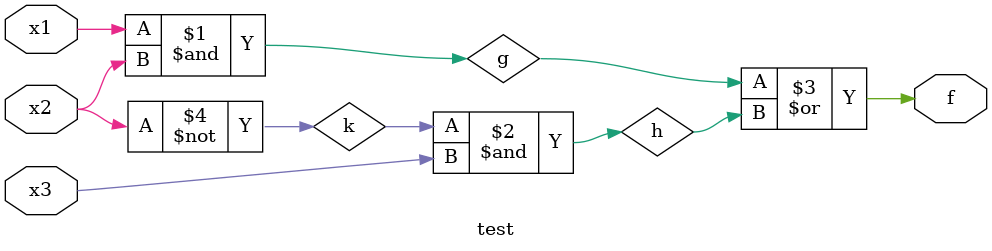
<source format=v>
`timescale 1ns / 1ps


module test(x1, x2, x3, f);
    
    input x1, x2, x3;
    output f;
    
    and(g, x1, x2);
    not(k, x2);
    and(h, k, x3);
    or(f, g, h);
    
    
endmodule

</source>
